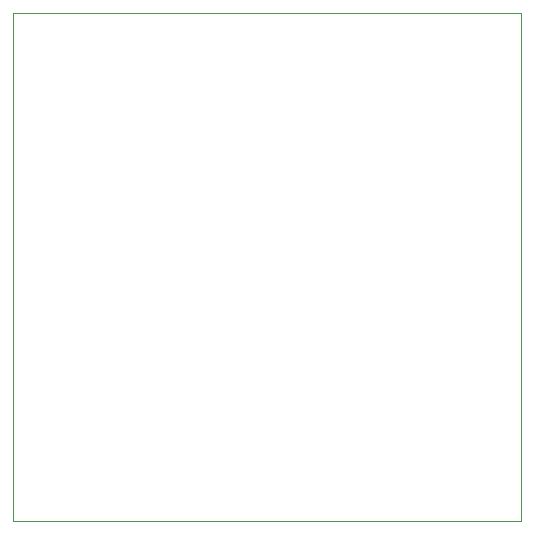
<source format=gbr>
%TF.GenerationSoftware,KiCad,Pcbnew,(5.1.9)-1*%
%TF.CreationDate,2022-06-16T11:18:54+09:00*%
%TF.ProjectId,Transmitter,5472616e-736d-4697-9474-65722e6b6963,rev?*%
%TF.SameCoordinates,Original*%
%TF.FileFunction,Profile,NP*%
%FSLAX46Y46*%
G04 Gerber Fmt 4.6, Leading zero omitted, Abs format (unit mm)*
G04 Created by KiCad (PCBNEW (5.1.9)-1) date 2022-06-16 11:18:54*
%MOMM*%
%LPD*%
G01*
G04 APERTURE LIST*
%TA.AperFunction,Profile*%
%ADD10C,0.050000*%
%TD*%
G04 APERTURE END LIST*
D10*
X121000000Y-70000000D02*
X164000000Y-70000000D01*
X121000000Y-113000000D02*
X121000000Y-70000000D01*
X121000000Y-113000000D02*
X164000000Y-113000000D01*
X164000000Y-101000000D02*
X164000000Y-113000000D01*
X164000000Y-70000000D02*
X164000000Y-73000000D01*
X164000000Y-73000000D02*
X164000000Y-101000000D01*
M02*

</source>
